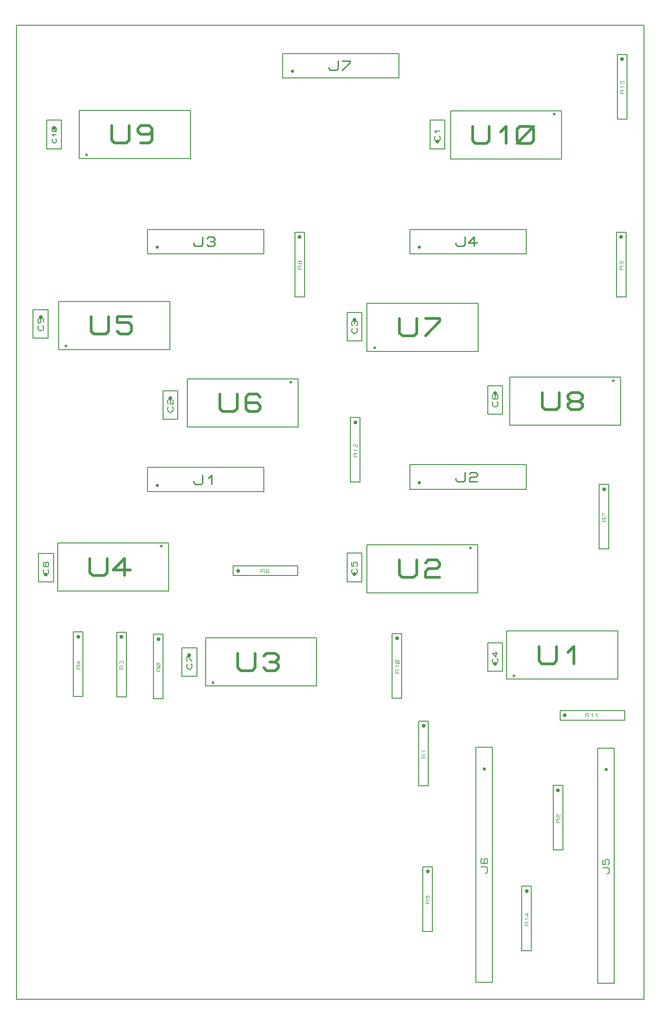
<source format=gbr>
G04 PROTEUS GERBER X2 FILE*
%TF.GenerationSoftware,Labcenter,Proteus,8.9-SP2-Build28501*%
%TF.CreationDate,2020-06-14T21:48:05+00:00*%
%TF.FileFunction,AssemblyDrawing,Top*%
%TF.FilePolarity,Positive*%
%TF.Part,Single*%
%TF.SameCoordinates,{e504a607-b79b-4a28-9592-e2b99df874d4}*%
%FSLAX45Y45*%
%MOMM*%
G01*
%TA.AperFunction,Profile*%
%ADD19C,0.203200*%
%TA.AperFunction,Material*%
%ADD71C,0.203200*%
%ADD20C,0.508000*%
%ADD72C,0.533400*%
%ADD73C,0.513080*%
%ADD21C,0.152400*%
%ADD30C,0.609600*%
%ADD31C,0.192020*%
%ADD32C,0.558800*%
%ADD33C,0.278890*%
%ADD34C,0.711200*%
%ADD35C,0.106680*%
%ADD36C,0.164590*%
%ADD37C,0.132080*%
%TD.AperFunction*%
D19*
X-5900000Y-9000000D02*
X+5700000Y-9000000D01*
X+5700000Y+9000000D01*
X-5900000Y+9000000D01*
X-5900000Y-9000000D01*
D71*
X+3165840Y-3088500D02*
X+5218160Y-3088500D01*
X+5218160Y-2199500D01*
X+3165840Y-2199500D01*
X+3165840Y-3088500D01*
D20*
X+3303000Y-3025000D02*
X+3303000Y-3025000D01*
D72*
X+3765280Y-2483980D02*
X+3765280Y-2750680D01*
X+3818620Y-2804020D01*
X+4031980Y-2804020D01*
X+4085320Y-2750680D01*
X+4085320Y-2483980D01*
X+4298680Y-2590660D02*
X+4405360Y-2483980D01*
X+4405360Y-2804020D01*
D71*
X+581840Y-1491500D02*
X+2634160Y-1491500D01*
X+2634160Y-602500D01*
X+581840Y-602500D01*
X+581840Y-1491500D01*
D20*
X+2497000Y-666000D02*
X+2497000Y-666000D01*
D72*
X+1181280Y-886980D02*
X+1181280Y-1153680D01*
X+1234620Y-1207020D01*
X+1447980Y-1207020D01*
X+1501320Y-1153680D01*
X+1501320Y-886980D01*
X+1661340Y-940320D02*
X+1714680Y-886980D01*
X+1874700Y-886980D01*
X+1928040Y-940320D01*
X+1928040Y-993660D01*
X+1874700Y-1047000D01*
X+1714680Y-1047000D01*
X+1661340Y-1100340D01*
X+1661340Y-1207020D01*
X+1928040Y-1207020D01*
D71*
X-2403160Y-3213500D02*
X-350840Y-3213500D01*
X-350840Y-2324500D01*
X-2403160Y-2324500D01*
X-2403160Y-3213500D01*
D20*
X-2266000Y-3150000D02*
X-2266000Y-3150000D01*
D72*
X-1803720Y-2608980D02*
X-1803720Y-2875680D01*
X-1750380Y-2929020D01*
X-1537020Y-2929020D01*
X-1483680Y-2875680D01*
X-1483680Y-2608980D01*
X-1323660Y-2662320D02*
X-1270320Y-2608980D01*
X-1110300Y-2608980D01*
X-1056960Y-2662320D01*
X-1056960Y-2715660D01*
X-1110300Y-2769000D01*
X-1056960Y-2822340D01*
X-1056960Y-2875680D01*
X-1110300Y-2929020D01*
X-1270320Y-2929020D01*
X-1323660Y-2875680D01*
X-1216980Y-2769000D02*
X-1110300Y-2769000D01*
D71*
X-5137160Y-1459500D02*
X-3084840Y-1459500D01*
X-3084840Y-570500D01*
X-5137160Y-570500D01*
X-5137160Y-1459500D01*
D20*
X-3222000Y-634000D02*
X-3222000Y-634000D01*
D72*
X-4537720Y-854980D02*
X-4537720Y-1121680D01*
X-4484380Y-1175020D01*
X-4271020Y-1175020D01*
X-4217680Y-1121680D01*
X-4217680Y-854980D01*
X-3790960Y-1068340D02*
X-4111000Y-1068340D01*
X-3897640Y-854980D01*
X-3897640Y-1175020D01*
D71*
X-5115160Y+3004500D02*
X-3062840Y+3004500D01*
X-3062840Y+3893500D01*
X-5115160Y+3893500D01*
X-5115160Y+3004500D01*
D20*
X-4978000Y+3068000D02*
X-4978000Y+3068000D01*
D72*
X-4515720Y+3609020D02*
X-4515720Y+3342320D01*
X-4462380Y+3288980D01*
X-4249020Y+3288980D01*
X-4195680Y+3342320D01*
X-4195680Y+3609020D01*
X-3768960Y+3609020D02*
X-4035660Y+3609020D01*
X-4035660Y+3502340D01*
X-3822300Y+3502340D01*
X-3768960Y+3449000D01*
X-3768960Y+3342320D01*
X-3822300Y+3288980D01*
X-3982320Y+3288980D01*
X-4035660Y+3342320D01*
D71*
X-2737160Y+1572500D02*
X-684840Y+1572500D01*
X-684840Y+2461500D01*
X-2737160Y+2461500D01*
X-2737160Y+1572500D01*
D20*
X-822000Y+2398000D02*
X-822000Y+2398000D01*
D72*
X-2137720Y+2177020D02*
X-2137720Y+1910320D01*
X-2084380Y+1856980D01*
X-1871020Y+1856980D01*
X-1817680Y+1910320D01*
X-1817680Y+2177020D01*
X-1390960Y+2123680D02*
X-1444300Y+2177020D01*
X-1604320Y+2177020D01*
X-1657660Y+2123680D01*
X-1657660Y+1910320D01*
X-1604320Y+1856980D01*
X-1444300Y+1856980D01*
X-1390960Y+1910320D01*
X-1390960Y+1963660D01*
X-1444300Y+2017000D01*
X-1657660Y+2017000D01*
D71*
X+584840Y+2972500D02*
X+2637160Y+2972500D01*
X+2637160Y+3861500D01*
X+584840Y+3861500D01*
X+584840Y+2972500D01*
D20*
X+722000Y+3036000D02*
X+722000Y+3036000D01*
D72*
X+1184280Y+3577020D02*
X+1184280Y+3310320D01*
X+1237620Y+3256980D01*
X+1450980Y+3256980D01*
X+1504320Y+3310320D01*
X+1504320Y+3577020D01*
X+1664340Y+3577020D02*
X+1931040Y+3577020D01*
X+1931040Y+3523680D01*
X+1664340Y+3256980D01*
D71*
X+3220840Y+1604500D02*
X+5273160Y+1604500D01*
X+5273160Y+2493500D01*
X+3220840Y+2493500D01*
X+3220840Y+1604500D01*
D20*
X+5136000Y+2430000D02*
X+5136000Y+2430000D01*
D72*
X+3820280Y+2209020D02*
X+3820280Y+1942320D01*
X+3873620Y+1888980D01*
X+4086980Y+1888980D01*
X+4140320Y+1942320D01*
X+4140320Y+2209020D01*
X+4353680Y+2049000D02*
X+4300340Y+2102340D01*
X+4300340Y+2155680D01*
X+4353680Y+2209020D01*
X+4513700Y+2209020D01*
X+4567040Y+2155680D01*
X+4567040Y+2102340D01*
X+4513700Y+2049000D01*
X+4353680Y+2049000D01*
X+4300340Y+1995660D01*
X+4300340Y+1942320D01*
X+4353680Y+1888980D01*
X+4513700Y+1888980D01*
X+4567040Y+1942320D01*
X+4567040Y+1995660D01*
X+4513700Y+2049000D01*
D71*
X-4734160Y+6534500D02*
X-2681840Y+6534500D01*
X-2681840Y+7423500D01*
X-4734160Y+7423500D01*
X-4734160Y+6534500D01*
D20*
X-4597000Y+6598000D02*
X-4597000Y+6598000D01*
D72*
X-4134720Y+7139020D02*
X-4134720Y+6872320D01*
X-4081380Y+6818980D01*
X-3868020Y+6818980D01*
X-3814680Y+6872320D01*
X-3814680Y+7139020D01*
X-3387960Y+7032340D02*
X-3441300Y+6979000D01*
X-3601320Y+6979000D01*
X-3654660Y+7032340D01*
X-3654660Y+7085680D01*
X-3601320Y+7139020D01*
X-3441300Y+7139020D01*
X-3387960Y+7085680D01*
X-3387960Y+6872320D01*
X-3441300Y+6818980D01*
X-3601320Y+6818980D01*
D71*
X+2126840Y+6524500D02*
X+4179160Y+6524500D01*
X+4179160Y+7413500D01*
X+2126840Y+7413500D01*
X+2126840Y+6524500D01*
D20*
X+4042000Y+7350000D02*
X+4042000Y+7350000D01*
D73*
X+2537304Y+7122924D02*
X+2537304Y+6866384D01*
X+2588612Y+6815076D01*
X+2793844Y+6815076D01*
X+2845152Y+6866384D01*
X+2845152Y+7122924D01*
X+3050384Y+7020308D02*
X+3153000Y+7122924D01*
X+3153000Y+6815076D01*
X+3358232Y+6866384D02*
X+3358232Y+7071616D01*
X+3409540Y+7122924D01*
X+3614772Y+7122924D01*
X+3666080Y+7071616D01*
X+3666080Y+6866384D01*
X+3614772Y+6815076D01*
X+3409540Y+6815076D01*
X+3358232Y+6866384D01*
X+3358232Y+6815076D02*
X+3666080Y+7122924D01*
D21*
X+5152400Y-4362300D02*
X+4847600Y-4362300D01*
X+4847600Y-8705700D01*
X+5152400Y-8705700D01*
X+5152400Y-4362300D01*
X+4847600Y-4362300D01*
X+4847600Y-8705700D01*
X+5152400Y-8705700D01*
X+5152400Y-4362300D01*
D30*
X+5000000Y-4756000D02*
X+5000000Y-4756000D01*
D31*
X+5019203Y-6687619D02*
X+5038405Y-6687619D01*
X+5057608Y-6668417D01*
X+5057608Y-6591608D01*
X+5038405Y-6572405D01*
X+4942393Y-6572405D01*
X+4942393Y-6418786D02*
X+4942393Y-6514798D01*
X+4980798Y-6514798D01*
X+4980798Y-6437989D01*
X+5000000Y-6418786D01*
X+5038405Y-6418786D01*
X+5057608Y-6437989D01*
X+5057608Y-6495596D01*
X+5038405Y-6514798D01*
D21*
X+2902400Y-4348300D02*
X+2597600Y-4348300D01*
X+2597600Y-8691700D01*
X+2902400Y-8691700D01*
X+2902400Y-4348300D01*
X+2597600Y-4348300D01*
X+2597600Y-8691700D01*
X+2902400Y-8691700D01*
X+2902400Y-4348300D01*
D30*
X+2750000Y-4742000D02*
X+2750000Y-4742000D01*
D31*
X+2769203Y-6673619D02*
X+2788405Y-6673619D01*
X+2807608Y-6654417D01*
X+2807608Y-6577608D01*
X+2788405Y-6558405D01*
X+2692393Y-6558405D01*
X+2711596Y-6404786D02*
X+2692393Y-6423989D01*
X+2692393Y-6481596D01*
X+2711596Y-6500798D01*
X+2788405Y-6500798D01*
X+2807608Y-6481596D01*
X+2807608Y-6423989D01*
X+2788405Y-6404786D01*
X+2769203Y-6404786D01*
X+2750000Y-6423989D01*
X+2750000Y-6500798D01*
D21*
X-3474420Y+823520D02*
X-3474420Y+373940D01*
X-1325580Y+373940D01*
X-1325580Y+823520D01*
X-3474420Y+823520D01*
X-3474420Y+373940D01*
X-1325580Y+373940D01*
X-1325580Y+823520D01*
X-3474420Y+823520D01*
D32*
X-3300000Y+500000D02*
X-3300000Y+500000D01*
D33*
X-2623113Y+570840D02*
X-2623113Y+542951D01*
X-2595224Y+515062D01*
X-2483668Y+515062D01*
X-2455779Y+542951D01*
X-2455779Y+682397D01*
X-2344222Y+626619D02*
X-2288444Y+682397D01*
X-2288444Y+515062D01*
D21*
X+1375580Y+873520D02*
X+1375580Y+423940D01*
X+3524420Y+423940D01*
X+3524420Y+873520D01*
X+1375580Y+873520D01*
X+1375580Y+423940D01*
X+3524420Y+423940D01*
X+3524420Y+873520D01*
X+1375580Y+873520D01*
D32*
X+1550000Y+550000D02*
X+1550000Y+550000D01*
D33*
X+2226887Y+620840D02*
X+2226887Y+592951D01*
X+2254776Y+565062D01*
X+2366332Y+565062D01*
X+2394221Y+592951D01*
X+2394221Y+732397D01*
X+2477889Y+704508D02*
X+2505778Y+732397D01*
X+2589445Y+732397D01*
X+2617334Y+704508D01*
X+2617334Y+676619D01*
X+2589445Y+648730D01*
X+2505778Y+648730D01*
X+2477889Y+620840D01*
X+2477889Y+565062D01*
X+2617334Y+565062D01*
D21*
X-3474420Y+5223520D02*
X-3474420Y+4773940D01*
X-1325580Y+4773940D01*
X-1325580Y+5223520D01*
X-3474420Y+5223520D01*
X-3474420Y+4773940D01*
X-1325580Y+4773940D01*
X-1325580Y+5223520D01*
X-3474420Y+5223520D01*
D32*
X-3300000Y+4900000D02*
X-3300000Y+4900000D01*
D33*
X-2623113Y+4970840D02*
X-2623113Y+4942951D01*
X-2595224Y+4915062D01*
X-2483668Y+4915062D01*
X-2455779Y+4942951D01*
X-2455779Y+5082397D01*
X-2372111Y+5054508D02*
X-2344222Y+5082397D01*
X-2260555Y+5082397D01*
X-2232666Y+5054508D01*
X-2232666Y+5026619D01*
X-2260555Y+4998730D01*
X-2232666Y+4970840D01*
X-2232666Y+4942951D01*
X-2260555Y+4915062D01*
X-2344222Y+4915062D01*
X-2372111Y+4942951D01*
X-2316333Y+4998730D02*
X-2260555Y+4998730D01*
D21*
X+1375580Y+5223520D02*
X+1375580Y+4773940D01*
X+3524420Y+4773940D01*
X+3524420Y+5223520D01*
X+1375580Y+5223520D01*
X+1375580Y+4773940D01*
X+3524420Y+4773940D01*
X+3524420Y+5223520D01*
X+1375580Y+5223520D01*
D32*
X+1550000Y+4900000D02*
X+1550000Y+4900000D01*
D33*
X+2226887Y+4970840D02*
X+2226887Y+4942951D01*
X+2254776Y+4915062D01*
X+2366332Y+4915062D01*
X+2394221Y+4942951D01*
X+2394221Y+5082397D01*
X+2617334Y+4970840D02*
X+2450000Y+4970840D01*
X+2561556Y+5082397D01*
X+2561556Y+4915062D01*
D21*
X-974420Y+8473520D02*
X-974420Y+8023940D01*
X+1174420Y+8023940D01*
X+1174420Y+8473520D01*
X-974420Y+8473520D01*
X-974420Y+8023940D01*
X+1174420Y+8023940D01*
X+1174420Y+8473520D01*
X-974420Y+8473520D01*
D32*
X-800000Y+8150000D02*
X-800000Y+8150000D01*
D33*
X-123113Y+8220840D02*
X-123113Y+8192951D01*
X-95224Y+8165062D01*
X+16332Y+8165062D01*
X+44221Y+8192951D01*
X+44221Y+8332397D01*
X+127889Y+8332397D02*
X+267334Y+8332397D01*
X+267334Y+8304508D01*
X+127889Y+8165062D01*
D71*
X-3362900Y-3451900D02*
X-3185100Y-3451900D01*
X-3185100Y-2258100D01*
X-3362900Y-2258100D01*
X-3362900Y-3451900D01*
D34*
X-3274000Y-2347000D02*
X-3274000Y-2347000D01*
D35*
X-3241996Y-2940344D02*
X-3306004Y-2940344D01*
X-3306004Y-2887004D01*
X-3295336Y-2876336D01*
X-3284668Y-2876336D01*
X-3274000Y-2887004D01*
X-3274000Y-2940344D01*
X-3274000Y-2887004D02*
X-3263332Y-2876336D01*
X-3241996Y-2876336D01*
X-3252664Y-2855000D02*
X-3295336Y-2855000D01*
X-3306004Y-2844332D01*
X-3306004Y-2801660D01*
X-3295336Y-2790992D01*
X-3252664Y-2790992D01*
X-3241996Y-2801660D01*
X-3241996Y-2844332D01*
X-3252664Y-2855000D01*
X-3241996Y-2855000D02*
X-3306004Y-2790992D01*
D71*
X+1539100Y-5054900D02*
X+1716900Y-5054900D01*
X+1716900Y-3861100D01*
X+1539100Y-3861100D01*
X+1539100Y-5054900D01*
D34*
X+1628000Y-3950000D02*
X+1628000Y-3950000D01*
D35*
X+1660004Y-4543344D02*
X+1595996Y-4543344D01*
X+1595996Y-4490004D01*
X+1606664Y-4479336D01*
X+1617332Y-4479336D01*
X+1628000Y-4490004D01*
X+1628000Y-4543344D01*
X+1628000Y-4490004D02*
X+1638668Y-4479336D01*
X+1660004Y-4479336D01*
X+1617332Y-4436664D02*
X+1595996Y-4415328D01*
X+1660004Y-4415328D01*
D71*
X+4026100Y-6246900D02*
X+4203900Y-6246900D01*
X+4203900Y-5053100D01*
X+4026100Y-5053100D01*
X+4026100Y-6246900D01*
D34*
X+4115000Y-5142000D02*
X+4115000Y-5142000D01*
D35*
X+4147004Y-5735344D02*
X+4082996Y-5735344D01*
X+4082996Y-5682004D01*
X+4093664Y-5671336D01*
X+4104332Y-5671336D01*
X+4115000Y-5682004D01*
X+4115000Y-5735344D01*
X+4115000Y-5682004D02*
X+4125668Y-5671336D01*
X+4147004Y-5671336D01*
X+4093664Y-5639332D02*
X+4082996Y-5628664D01*
X+4082996Y-5596660D01*
X+4093664Y-5585992D01*
X+4104332Y-5585992D01*
X+4115000Y-5596660D01*
X+4115000Y-5628664D01*
X+4125668Y-5639332D01*
X+4147004Y-5639332D01*
X+4147004Y-5585992D01*
D71*
X-4045900Y-3412900D02*
X-3868100Y-3412900D01*
X-3868100Y-2219100D01*
X-4045900Y-2219100D01*
X-4045900Y-3412900D01*
D34*
X-3957000Y-2308000D02*
X-3957000Y-2308000D01*
D35*
X-3924996Y-2901344D02*
X-3989004Y-2901344D01*
X-3989004Y-2848004D01*
X-3978336Y-2837336D01*
X-3967668Y-2837336D01*
X-3957000Y-2848004D01*
X-3957000Y-2901344D01*
X-3957000Y-2848004D02*
X-3946332Y-2837336D01*
X-3924996Y-2837336D01*
X-3978336Y-2805332D02*
X-3989004Y-2794664D01*
X-3989004Y-2762660D01*
X-3978336Y-2751992D01*
X-3967668Y-2751992D01*
X-3957000Y-2762660D01*
X-3946332Y-2751992D01*
X-3935664Y-2751992D01*
X-3924996Y-2762660D01*
X-3924996Y-2794664D01*
X-3935664Y-2805332D01*
X-3957000Y-2783996D02*
X-3957000Y-2762660D01*
D71*
X-4843900Y-3410900D02*
X-4666100Y-3410900D01*
X-4666100Y-2217100D01*
X-4843900Y-2217100D01*
X-4843900Y-3410900D01*
D34*
X-4755000Y-2306000D02*
X-4755000Y-2306000D01*
D35*
X-4722996Y-2899344D02*
X-4787004Y-2899344D01*
X-4787004Y-2846004D01*
X-4776336Y-2835336D01*
X-4765668Y-2835336D01*
X-4755000Y-2846004D01*
X-4755000Y-2899344D01*
X-4755000Y-2846004D02*
X-4744332Y-2835336D01*
X-4722996Y-2835336D01*
X-4744332Y-2749992D02*
X-4744332Y-2814000D01*
X-4787004Y-2771328D01*
X-4722996Y-2771328D01*
D71*
X+1614100Y-7746900D02*
X+1791900Y-7746900D01*
X+1791900Y-6553100D01*
X+1614100Y-6553100D01*
X+1614100Y-7746900D01*
D34*
X+1703000Y-6642000D02*
X+1703000Y-6642000D01*
D35*
X+1735004Y-7235344D02*
X+1670996Y-7235344D01*
X+1670996Y-7182004D01*
X+1681664Y-7171336D01*
X+1692332Y-7171336D01*
X+1703000Y-7182004D01*
X+1703000Y-7235344D01*
X+1703000Y-7182004D02*
X+1713668Y-7171336D01*
X+1735004Y-7171336D01*
X+1670996Y-7085992D02*
X+1670996Y-7139332D01*
X+1692332Y-7139332D01*
X+1692332Y-7096660D01*
X+1703000Y-7085992D01*
X+1724336Y-7085992D01*
X+1735004Y-7096660D01*
X+1735004Y-7128664D01*
X+1724336Y-7139332D01*
D71*
X-1890900Y-1173900D02*
X-697100Y-1173900D01*
X-697100Y-996100D01*
X-1890900Y-996100D01*
X-1890900Y-1173900D01*
D34*
X-1802000Y-1085000D02*
X-1802000Y-1085000D01*
D35*
X-1379344Y-1117004D02*
X-1379344Y-1052996D01*
X-1326004Y-1052996D01*
X-1315336Y-1063664D01*
X-1315336Y-1074332D01*
X-1326004Y-1085000D01*
X-1379344Y-1085000D01*
X-1326004Y-1085000D02*
X-1315336Y-1095668D01*
X-1315336Y-1117004D01*
X-1229992Y-1063664D02*
X-1240660Y-1052996D01*
X-1272664Y-1052996D01*
X-1283332Y-1063664D01*
X-1283332Y-1106336D01*
X-1272664Y-1117004D01*
X-1240660Y-1117004D01*
X-1229992Y-1106336D01*
X-1229992Y-1095668D01*
X-1240660Y-1085000D01*
X-1283332Y-1085000D01*
D71*
X+4877100Y-683900D02*
X+5054900Y-683900D01*
X+5054900Y+509900D01*
X+4877100Y+509900D01*
X+4877100Y-683900D01*
D34*
X+4966000Y+421000D02*
X+4966000Y+421000D01*
D35*
X+4998004Y-172344D02*
X+4933996Y-172344D01*
X+4933996Y-119004D01*
X+4944664Y-108336D01*
X+4955332Y-108336D01*
X+4966000Y-119004D01*
X+4966000Y-172344D01*
X+4966000Y-119004D02*
X+4976668Y-108336D01*
X+4998004Y-108336D01*
X+4933996Y-76332D02*
X+4933996Y-22992D01*
X+4944664Y-22992D01*
X+4998004Y-76332D01*
D71*
X-750900Y+3980100D02*
X-573100Y+3980100D01*
X-573100Y+5173900D01*
X-750900Y+5173900D01*
X-750900Y+3980100D01*
D34*
X-662000Y+5085000D02*
X-662000Y+5085000D01*
D35*
X-629996Y+4491656D02*
X-694004Y+4491656D01*
X-694004Y+4544996D01*
X-683336Y+4555664D01*
X-672668Y+4555664D01*
X-662000Y+4544996D01*
X-662000Y+4491656D01*
X-662000Y+4544996D02*
X-651332Y+4555664D01*
X-629996Y+4555664D01*
X-662000Y+4598336D02*
X-672668Y+4587668D01*
X-683336Y+4587668D01*
X-694004Y+4598336D01*
X-694004Y+4630340D01*
X-683336Y+4641008D01*
X-672668Y+4641008D01*
X-662000Y+4630340D01*
X-662000Y+4598336D01*
X-651332Y+4587668D01*
X-640664Y+4587668D01*
X-629996Y+4598336D01*
X-629996Y+4630340D01*
X-640664Y+4641008D01*
X-651332Y+4641008D01*
X-662000Y+4630340D01*
D71*
X+5195100Y+3976100D02*
X+5372900Y+3976100D01*
X+5372900Y+5169900D01*
X+5195100Y+5169900D01*
X+5195100Y+3976100D01*
D34*
X+5284000Y+5081000D02*
X+5284000Y+5081000D01*
D35*
X+5316004Y+4487656D02*
X+5251996Y+4487656D01*
X+5251996Y+4540996D01*
X+5262664Y+4551664D01*
X+5273332Y+4551664D01*
X+5284000Y+4540996D01*
X+5284000Y+4487656D01*
X+5284000Y+4540996D02*
X+5294668Y+4551664D01*
X+5316004Y+4551664D01*
X+5273332Y+4637008D02*
X+5284000Y+4626340D01*
X+5284000Y+4594336D01*
X+5273332Y+4583668D01*
X+5262664Y+4583668D01*
X+5251996Y+4594336D01*
X+5251996Y+4626340D01*
X+5262664Y+4637008D01*
X+5305336Y+4637008D01*
X+5316004Y+4626340D01*
X+5316004Y+4594336D01*
D71*
X+1050100Y-3440900D02*
X+1227900Y-3440900D01*
X+1227900Y-2247100D01*
X+1050100Y-2247100D01*
X+1050100Y-3440900D01*
D34*
X+1139000Y-2336000D02*
X+1139000Y-2336000D01*
D35*
X+1171004Y-2972016D02*
X+1106996Y-2972016D01*
X+1106996Y-2918676D01*
X+1117664Y-2908008D01*
X+1128332Y-2908008D01*
X+1139000Y-2918676D01*
X+1139000Y-2972016D01*
X+1139000Y-2918676D02*
X+1149668Y-2908008D01*
X+1171004Y-2908008D01*
X+1128332Y-2865336D02*
X+1106996Y-2844000D01*
X+1171004Y-2844000D01*
X+1160336Y-2801328D02*
X+1117664Y-2801328D01*
X+1106996Y-2790660D01*
X+1106996Y-2747988D01*
X+1117664Y-2737320D01*
X+1160336Y-2737320D01*
X+1171004Y-2747988D01*
X+1171004Y-2790660D01*
X+1160336Y-2801328D01*
X+1171004Y-2801328D02*
X+1106996Y-2737320D01*
D71*
X+4150100Y-3844900D02*
X+5343900Y-3844900D01*
X+5343900Y-3667100D01*
X+4150100Y-3667100D01*
X+4150100Y-3844900D01*
D34*
X+4239000Y-3756000D02*
X+4239000Y-3756000D01*
D35*
X+4618984Y-3788004D02*
X+4618984Y-3723996D01*
X+4672324Y-3723996D01*
X+4682992Y-3734664D01*
X+4682992Y-3745332D01*
X+4672324Y-3756000D01*
X+4618984Y-3756000D01*
X+4672324Y-3756000D02*
X+4682992Y-3766668D01*
X+4682992Y-3788004D01*
X+4725664Y-3745332D02*
X+4747000Y-3723996D01*
X+4747000Y-3788004D01*
X+4811008Y-3745332D02*
X+4832344Y-3723996D01*
X+4832344Y-3788004D01*
D71*
X+280100Y+553100D02*
X+457900Y+553100D01*
X+457900Y+1746900D01*
X+280100Y+1746900D01*
X+280100Y+553100D01*
D34*
X+369000Y+1658000D02*
X+369000Y+1658000D01*
D35*
X+401004Y+1021984D02*
X+336996Y+1021984D01*
X+336996Y+1075324D01*
X+347664Y+1085992D01*
X+358332Y+1085992D01*
X+369000Y+1075324D01*
X+369000Y+1021984D01*
X+369000Y+1075324D02*
X+379668Y+1085992D01*
X+401004Y+1085992D01*
X+358332Y+1128664D02*
X+336996Y+1150000D01*
X+401004Y+1150000D01*
X+347664Y+1203340D02*
X+336996Y+1214008D01*
X+336996Y+1246012D01*
X+347664Y+1256680D01*
X+358332Y+1256680D01*
X+369000Y+1246012D01*
X+369000Y+1214008D01*
X+379668Y+1203340D01*
X+401004Y+1203340D01*
X+401004Y+1256680D01*
D71*
X+5209100Y+7263100D02*
X+5386900Y+7263100D01*
X+5386900Y+8456900D01*
X+5209100Y+8456900D01*
X+5209100Y+7263100D01*
D34*
X+5298000Y+8368000D02*
X+5298000Y+8368000D01*
D35*
X+5330004Y+7731984D02*
X+5265996Y+7731984D01*
X+5265996Y+7785324D01*
X+5276664Y+7795992D01*
X+5287332Y+7795992D01*
X+5298000Y+7785324D01*
X+5298000Y+7731984D01*
X+5298000Y+7785324D02*
X+5308668Y+7795992D01*
X+5330004Y+7795992D01*
X+5287332Y+7838664D02*
X+5265996Y+7860000D01*
X+5330004Y+7860000D01*
X+5276664Y+7913340D02*
X+5265996Y+7924008D01*
X+5265996Y+7956012D01*
X+5276664Y+7966680D01*
X+5287332Y+7966680D01*
X+5298000Y+7956012D01*
X+5308668Y+7966680D01*
X+5319336Y+7966680D01*
X+5330004Y+7956012D01*
X+5330004Y+7924008D01*
X+5319336Y+7913340D01*
X+5298000Y+7934676D02*
X+5298000Y+7956012D01*
D71*
X+3444100Y-8106900D02*
X+3621900Y-8106900D01*
X+3621900Y-6913100D01*
X+3444100Y-6913100D01*
X+3444100Y-8106900D01*
D34*
X+3533000Y-7002000D02*
X+3533000Y-7002000D01*
D35*
X+3565004Y-7638016D02*
X+3500996Y-7638016D01*
X+3500996Y-7584676D01*
X+3511664Y-7574008D01*
X+3522332Y-7574008D01*
X+3533000Y-7584676D01*
X+3533000Y-7638016D01*
X+3533000Y-7584676D02*
X+3543668Y-7574008D01*
X+3565004Y-7574008D01*
X+3522332Y-7531336D02*
X+3500996Y-7510000D01*
X+3565004Y-7510000D01*
X+3543668Y-7403320D02*
X+3543668Y-7467328D01*
X+3500996Y-7424656D01*
X+3565004Y-7424656D01*
D71*
X+1746840Y+6712840D02*
X+2021160Y+6712840D01*
X+2021160Y+7241160D01*
X+1746840Y+7241160D01*
X+1746840Y+6712840D01*
D34*
X+1884000Y+6850000D02*
X+1884000Y+6850000D01*
D36*
X+1916919Y+6944081D02*
X+1933378Y+6927622D01*
X+1933378Y+6878245D01*
X+1900460Y+6845327D01*
X+1867541Y+6845327D01*
X+1834623Y+6878245D01*
X+1834623Y+6927622D01*
X+1851082Y+6944081D01*
X+1867541Y+7009918D02*
X+1834623Y+7042836D01*
X+1933378Y+7042836D01*
D71*
X-3187160Y+1712840D02*
X-2912840Y+1712840D01*
X-2912840Y+2241160D01*
X-3187160Y+2241160D01*
X-3187160Y+1712840D01*
D34*
X-3050000Y+2104000D02*
X-3050000Y+2104000D01*
D36*
X-3017081Y+1944081D02*
X-3000622Y+1927622D01*
X-3000622Y+1878245D01*
X-3033540Y+1845327D01*
X-3066459Y+1845327D01*
X-3099377Y+1878245D01*
X-3099377Y+1927622D01*
X-3082918Y+1944081D01*
X-3082918Y+1993459D02*
X-3099377Y+2009918D01*
X-3099377Y+2059295D01*
X-3082918Y+2075754D01*
X-3066459Y+2075754D01*
X-3050000Y+2059295D01*
X-3050000Y+2009918D01*
X-3033540Y+1993459D01*
X-3000622Y+1993459D01*
X-3000622Y+2075754D01*
D71*
X+212840Y+3162840D02*
X+487160Y+3162840D01*
X+487160Y+3691160D01*
X+212840Y+3691160D01*
X+212840Y+3162840D01*
D34*
X+350000Y+3554000D02*
X+350000Y+3554000D01*
D36*
X+382919Y+3394081D02*
X+399378Y+3377622D01*
X+399378Y+3328245D01*
X+366460Y+3295327D01*
X+333541Y+3295327D01*
X+300623Y+3328245D01*
X+300623Y+3377622D01*
X+317082Y+3394081D01*
X+317082Y+3443459D02*
X+300623Y+3459918D01*
X+300623Y+3509295D01*
X+317082Y+3525754D01*
X+333541Y+3525754D01*
X+350000Y+3509295D01*
X+366460Y+3525754D01*
X+382919Y+3525754D01*
X+399378Y+3509295D01*
X+399378Y+3459918D01*
X+382919Y+3443459D01*
X+350000Y+3476377D02*
X+350000Y+3509295D01*
D71*
X+2812840Y-2941160D02*
X+3087160Y-2941160D01*
X+3087160Y-2412840D01*
X+2812840Y-2412840D01*
X+2812840Y-2941160D01*
D34*
X+2950000Y-2804000D02*
X+2950000Y-2804000D01*
D36*
X+2982919Y-2709919D02*
X+2999378Y-2726378D01*
X+2999378Y-2775755D01*
X+2966460Y-2808673D01*
X+2933541Y-2808673D01*
X+2900623Y-2775755D01*
X+2900623Y-2726378D01*
X+2917082Y-2709919D01*
X+2966460Y-2578246D02*
X+2966460Y-2677000D01*
X+2900623Y-2611164D01*
X+2999378Y-2611164D01*
D71*
X+212840Y-1287160D02*
X+487160Y-1287160D01*
X+487160Y-758840D01*
X+212840Y-758840D01*
X+212840Y-1287160D01*
D34*
X+350000Y-1150000D02*
X+350000Y-1150000D01*
D36*
X+382919Y-1055919D02*
X+399378Y-1072378D01*
X+399378Y-1121755D01*
X+366460Y-1154673D01*
X+333541Y-1154673D01*
X+300623Y-1121755D01*
X+300623Y-1072378D01*
X+317082Y-1055919D01*
X+300623Y-924246D02*
X+300623Y-1006541D01*
X+333541Y-1006541D01*
X+333541Y-940705D01*
X+350000Y-924246D01*
X+382919Y-924246D01*
X+399378Y-940705D01*
X+399378Y-990082D01*
X+382919Y-1006541D01*
D71*
X+2812840Y+1808840D02*
X+3087160Y+1808840D01*
X+3087160Y+2337160D01*
X+2812840Y+2337160D01*
X+2812840Y+1808840D01*
D34*
X+2950000Y+2200000D02*
X+2950000Y+2200000D01*
D36*
X+2982919Y+2040081D02*
X+2999378Y+2023622D01*
X+2999378Y+1974245D01*
X+2966460Y+1941327D01*
X+2933541Y+1941327D01*
X+2900623Y+1974245D01*
X+2900623Y+2023622D01*
X+2917082Y+2040081D01*
X+2917082Y+2171754D02*
X+2900623Y+2155295D01*
X+2900623Y+2105918D01*
X+2917082Y+2089459D01*
X+2982919Y+2089459D01*
X+2999378Y+2105918D01*
X+2999378Y+2155295D01*
X+2982919Y+2171754D01*
X+2966460Y+2171754D01*
X+2950000Y+2155295D01*
X+2950000Y+2089459D01*
D71*
X-5487160Y-1291160D02*
X-5212840Y-1291160D01*
X-5212840Y-762840D01*
X-5487160Y-762840D01*
X-5487160Y-1291160D01*
D34*
X-5350000Y-1154000D02*
X-5350000Y-1154000D01*
D36*
X-5317081Y-1059919D02*
X-5300622Y-1076378D01*
X-5300622Y-1125755D01*
X-5333540Y-1158673D01*
X-5366459Y-1158673D01*
X-5399377Y-1125755D01*
X-5399377Y-1076378D01*
X-5382918Y-1059919D01*
X-5350000Y-994082D02*
X-5366459Y-1010541D01*
X-5382918Y-1010541D01*
X-5399377Y-994082D01*
X-5399377Y-944705D01*
X-5382918Y-928246D01*
X-5366459Y-928246D01*
X-5350000Y-944705D01*
X-5350000Y-994082D01*
X-5333540Y-1010541D01*
X-5317081Y-1010541D01*
X-5300622Y-994082D01*
X-5300622Y-944705D01*
X-5317081Y-928246D01*
X-5333540Y-928246D01*
X-5350000Y-944705D01*
D71*
X-2837160Y-3037160D02*
X-2562840Y-3037160D01*
X-2562840Y-2508840D01*
X-2837160Y-2508840D01*
X-2837160Y-3037160D01*
D34*
X-2700000Y-2646000D02*
X-2700000Y-2646000D01*
D36*
X-2667081Y-2805919D02*
X-2650622Y-2822378D01*
X-2650622Y-2871755D01*
X-2683540Y-2904673D01*
X-2716459Y-2904673D01*
X-2749377Y-2871755D01*
X-2749377Y-2822378D01*
X-2732918Y-2805919D01*
X-2749377Y-2756541D02*
X-2749377Y-2674246D01*
X-2732918Y-2674246D01*
X-2650622Y-2756541D01*
D71*
X-5587160Y+3212840D02*
X-5312840Y+3212840D01*
X-5312840Y+3741160D01*
X-5587160Y+3741160D01*
X-5587160Y+3212840D01*
D34*
X-5450000Y+3604000D02*
X-5450000Y+3604000D01*
D36*
X-5417081Y+3444081D02*
X-5400622Y+3427622D01*
X-5400622Y+3378245D01*
X-5433540Y+3345327D01*
X-5466459Y+3345327D01*
X-5499377Y+3378245D01*
X-5499377Y+3427622D01*
X-5482918Y+3444081D01*
X-5466459Y+3575754D02*
X-5450000Y+3559295D01*
X-5450000Y+3509918D01*
X-5466459Y+3493459D01*
X-5482918Y+3493459D01*
X-5499377Y+3509918D01*
X-5499377Y+3559295D01*
X-5482918Y+3575754D01*
X-5417081Y+3575754D01*
X-5400622Y+3559295D01*
X-5400622Y+3509918D01*
D71*
X-5337160Y+6712840D02*
X-5062840Y+6712840D01*
X-5062840Y+7241160D01*
X-5337160Y+7241160D01*
X-5337160Y+6712840D01*
D34*
X-5200000Y+7104000D02*
X-5200000Y+7104000D01*
D37*
X-5173584Y+6897752D02*
X-5160376Y+6884544D01*
X-5160376Y+6844920D01*
X-5186792Y+6818504D01*
X-5213208Y+6818504D01*
X-5239624Y+6844920D01*
X-5239624Y+6884544D01*
X-5226416Y+6897752D01*
X-5213208Y+6950584D02*
X-5239624Y+6977000D01*
X-5160376Y+6977000D01*
X-5173584Y+7029832D02*
X-5226416Y+7029832D01*
X-5239624Y+7043040D01*
X-5239624Y+7095872D01*
X-5226416Y+7109080D01*
X-5173584Y+7109080D01*
X-5160376Y+7095872D01*
X-5160376Y+7043040D01*
X-5173584Y+7029832D01*
X-5160376Y+7029832D02*
X-5239624Y+7109080D01*
M02*

</source>
